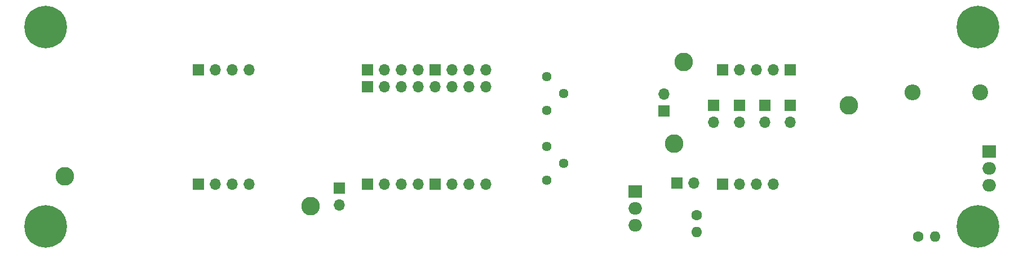
<source format=gbr>
%TF.GenerationSoftware,KiCad,Pcbnew,8.0.2*%
%TF.CreationDate,2024-07-01T04:04:09-07:00*%
%TF.ProjectId,waveform-generator-board,77617665-666f-4726-9d2d-67656e657261,rev?*%
%TF.SameCoordinates,Original*%
%TF.FileFunction,Soldermask,Bot*%
%TF.FilePolarity,Negative*%
%FSLAX46Y46*%
G04 Gerber Fmt 4.6, Leading zero omitted, Abs format (unit mm)*
G04 Created by KiCad (PCBNEW 8.0.2) date 2024-07-01 04:04:09*
%MOMM*%
%LPD*%
G01*
G04 APERTURE LIST*
%ADD10C,2.400000*%
%ADD11O,2.400000X2.400000*%
%ADD12C,2.800000*%
%ADD13R,1.700000X1.700000*%
%ADD14O,1.700000X1.700000*%
%ADD15C,1.440000*%
%ADD16C,1.600000*%
%ADD17O,1.600000X1.600000*%
%ADD18C,6.400000*%
%ADD19R,2.000000X1.905000*%
%ADD20O,2.000000X1.905000*%
G04 APERTURE END LIST*
D10*
%TO.C,R21*%
X221405000Y-93825000D03*
D11*
X211245000Y-93825000D03*
%TD*%
D12*
%TO.C,TP4*%
X175427000Y-101529000D03*
%TD*%
D13*
%TO.C,J7*%
X182680000Y-90430000D03*
D14*
X185220000Y-90430000D03*
X187760000Y-90430000D03*
X190300000Y-90430000D03*
%TD*%
D13*
%TO.C,J5*%
X139500000Y-90430000D03*
D14*
X142040000Y-90430000D03*
X144580000Y-90430000D03*
X147120000Y-90430000D03*
%TD*%
D15*
%TO.C,RV1*%
X156245000Y-101915000D03*
X158785000Y-104455000D03*
X156245000Y-106995000D03*
%TD*%
D13*
%TO.C,J9*%
X129340000Y-92970000D03*
D14*
X131880000Y-92970000D03*
X134420000Y-92970000D03*
X136960000Y-92970000D03*
X139500000Y-92970000D03*
X142040000Y-92970000D03*
X144580000Y-92970000D03*
X147120000Y-92970000D03*
%TD*%
D16*
%TO.C,R23*%
X212025000Y-115461000D03*
D17*
X214565000Y-115461000D03*
%TD*%
D13*
%TO.C,J4*%
X129340000Y-107570000D03*
D14*
X131880000Y-107570000D03*
X134420000Y-107570000D03*
X136960000Y-107570000D03*
%TD*%
D13*
%TO.C,JP10*%
X189030000Y-95764000D03*
D14*
X189030000Y-98304000D03*
%TD*%
D13*
%TO.C,J8*%
X182680000Y-107570000D03*
D14*
X185220000Y-107570000D03*
X187760000Y-107570000D03*
X190300000Y-107570000D03*
%TD*%
D13*
%TO.C,J2*%
X103940000Y-107570000D03*
D14*
X106480000Y-107570000D03*
X109020000Y-107570000D03*
X111560000Y-107570000D03*
%TD*%
D18*
%TO.C,H4*%
X221000000Y-114000000D03*
%TD*%
D13*
%TO.C,JP9*%
X185220000Y-95764000D03*
D14*
X185220000Y-98304000D03*
%TD*%
D18*
%TO.C,H1*%
X81000000Y-84000000D03*
%TD*%
D19*
%TO.C,Q3*%
X169551000Y-108679000D03*
D20*
X169551000Y-111219000D03*
X169551000Y-113759000D03*
%TD*%
D13*
%TO.C,JP11*%
X192840000Y-95764000D03*
D14*
X192840000Y-98304000D03*
%TD*%
D13*
%TO.C,JP4*%
X175785000Y-107435000D03*
D14*
X178325000Y-107435000D03*
%TD*%
D12*
%TO.C,TP5*%
X201685000Y-95790000D03*
%TD*%
D19*
%TO.C,Q1*%
X222755000Y-102695000D03*
D20*
X222755000Y-105235000D03*
X222755000Y-107775000D03*
%TD*%
D16*
%TO.C,R19*%
X178779000Y-112251000D03*
D17*
X178779000Y-114791000D03*
%TD*%
D15*
%TO.C,RV2*%
X156245000Y-91415000D03*
X158785000Y-93955000D03*
X156245000Y-96495000D03*
%TD*%
D13*
%TO.C,JP6*%
X173905000Y-96627000D03*
D14*
X173905000Y-94087000D03*
%TD*%
D13*
%TO.C,JP8*%
X181350000Y-95764000D03*
D14*
X181350000Y-98304000D03*
%TD*%
D13*
%TO.C,J6*%
X139500000Y-107570000D03*
D14*
X142040000Y-107570000D03*
X144580000Y-107570000D03*
X147120000Y-107570000D03*
%TD*%
D18*
%TO.C,H2*%
X81000000Y-114000000D03*
%TD*%
D13*
%TO.C,J3*%
X129340000Y-90430000D03*
D14*
X131880000Y-90430000D03*
X134420000Y-90430000D03*
X136960000Y-90430000D03*
%TD*%
D12*
%TO.C,TP1*%
X83853000Y-106425000D03*
%TD*%
%TO.C,TP3*%
X176845000Y-89249000D03*
%TD*%
D13*
%TO.C,J10*%
X192840000Y-90430000D03*
%TD*%
%TO.C,JP3*%
X125151000Y-108187000D03*
D14*
X125151000Y-110727000D03*
%TD*%
D12*
%TO.C,TP2*%
X120805000Y-110879000D03*
%TD*%
D18*
%TO.C,H3*%
X221000000Y-84000000D03*
%TD*%
D13*
%TO.C,J1*%
X103940000Y-90430000D03*
D14*
X106480000Y-90430000D03*
X109020000Y-90430000D03*
X111560000Y-90430000D03*
%TD*%
M02*

</source>
